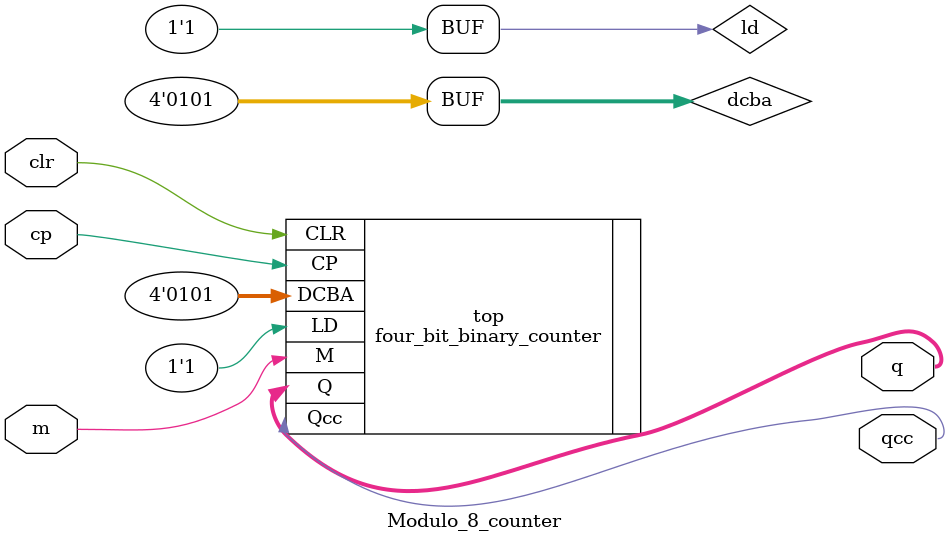
<source format=v>
`timescale 1ns / 1ps


module Modulo_8_counter(cp,clr,m,q,qcc);
    input  cp,clr,m;
    output qcc;
    output [3:0]q;
    
    reg [3:0]dcba = 4'b0101;
    wire ld = 1;
    four_bit_binary_counter #(.max(4'd9),.min(4'd2), .width(4)) top (.CP(cp),.CLR(clr),.LD(ld),.M(m),.DCBA(dcba),.Q(q),.Qcc(qcc));
endmodule

</source>
